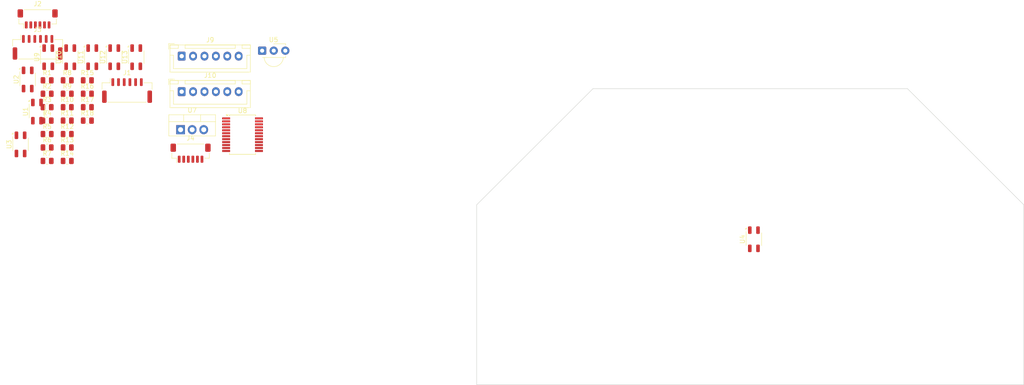
<source format=kicad_pcb>
(kicad_pcb (version 20241229) (generator "pcbnew") (generator_version "9.0")
  (layers (0 "F.Cu" signal) (2 "B.Cu" signal) (13 "F.Paste" user) (15 "B.Paste" user) (5 "F.SilkS" user "F.Silkscreen") (7 "B.SilkS" user "B.Silkscreen") (1 "F.Mask" user) (3 "B.Mask" user) (25 "Edge.Cuts" user))
  (net 0 "")
  (net 7 "+5V")
  (net 8 "+12V")
  (net 9 "GND")
  (net 10 "D-pin-ESP")
  (net 41 "Net-(U1-A)")
  (net 42 "VCC")
  (net 43 "Sen1Out")
  (net 44 "Net-(U2-A)")
  (net 45 "Sen2Out")
  (net 46 "Net-(U3-A)")
  (net 47 "Sen3Out")
  (net 48 "Net-(U4-A)")
  (net 49 "Sen4Out")
  (net 50 "Net-(U12-A)")
  (net 51 "Sen5Out")
  (net 52 "Net-(U9-A)")
  (net 53 "Sen6Out")
  (net 54 "Net-(U13-A)")
  (net 55 "Sen7Out")
  (net 56 "Net-(U10-A)")
  (net 57 "Sen8Out")
  (net 58 "Net-(U11-A)")
  (net 59 "Sen9Out")
  (net 61 "Net-(U8-AO2-Pad5)")
  (net 63 "Net-(U8-PGND1-Pad3)")
  (net 65 "Net-(U8-AO1-Pad1)")
  (net 69 "Net-(U8-BO2-Pad7)")
  (net 71 "Net-(U8-BO1-Pad11)")
  (footprint "Resistor_SMD:R_0805_2012Metric" (layer "F.Cu") (at 56.11 52.755)
    (property "Reference" "R18" (at 0 -1.65 0) (layer "F.SilkS"))
    (property "Value" "10k")
    (fp_line (start -0.227064 -0.735) (end 0.227064 -0.735) (stroke (width 0.12)) (layer "F.SilkS"))
    (fp_line (start -0.227064 0.735) (end 0.227064 0.735) (stroke (width 0.12)) (layer "F.SilkS"))
    (pad "1" smd roundrect (at -0.9125 0) (size 1.025 1.4) (layers "F.Cu" "F.Mask" "F.Paste") (roundrect_rratio 0.243902) (net 59 "Sen9Out"))
    (pad "2" smd roundrect (at 0.9125 0) (size 1.025 1.4) (layers "F.Cu" "F.Mask" "F.Paste") (roundrect_rratio 0.243902) (net 42 "VCC"))
  )
  (footprint "Resistor_SMD:R_0805_2012Metric" (layer "F.Cu") (at 47.29 52.755)
    (property "Reference" "R4" (at 0 -1.65 0) (layer "F.SilkS"))
    (property "Value" "10k")
    (fp_line (start -0.227064 -0.735) (end 0.227064 -0.735) (stroke (width 0.12)) (layer "F.SilkS"))
    (fp_line (start -0.227064 0.735) (end 0.227064 0.735) (stroke (width 0.12)) (layer "F.SilkS"))
    (pad "1" smd roundrect (at -0.9125 0) (size 1.025 1.4) (layers "F.Cu" "F.Mask" "F.Paste") (roundrect_rratio 0.243902) (net 45 "Sen2Out"))
    (pad "2" smd roundrect (at 0.9125 0) (size 1.025 1.4) (layers "F.Cu" "F.Mask" "F.Paste") (roundrect_rratio 0.243902) (net 42 "VCC"))
  )
  (footprint "Connector_JST:JST_XH_B6B-XH-A_1x06_P2.50mm_Vertical" (layer "F.Cu") (at 76.8 46.395)
    (property "Reference" "J10" (at 6.25 -3.55 0) (layer "F.SilkS"))
    (property "Value" "Conn_01x06_Pin")
    (fp_line (start -2.85 -2.75) (end -2.85 -1.5) (stroke (width 0.12)) (layer "F.SilkS"))
    (fp_line (start -2.56 -2.46) (end -2.56 3.51) (stroke (width 0.12)) (layer "F.SilkS"))
    (fp_line (start -2.56 3.51) (end 15.06 3.51) (stroke (width 0.12)) (layer "F.SilkS"))
    (fp_line (start -2.55 -2.45) (end -2.55 -1.7) (stroke (width 0.12)) (layer "F.SilkS"))
    (fp_line (start -2.55 -1.7) (end -0.75 -1.7) (stroke (width 0.12)) (layer "F.SilkS"))
    (fp_line (start -2.55 -0.2) (end -1.8 -0.2) (stroke (width 0.12)) (layer "F.SilkS"))
    (fp_line (start -1.8 -0.2) (end -1.8 2.75) (stroke (width 0.12)) (layer "F.SilkS"))
    (fp_line (start -1.8 2.75) (end 6.25 2.75) (stroke (width 0.12)) (layer "F.SilkS"))
    (fp_line (start -1.6 -2.75) (end -2.85 -2.75) (stroke (width 0.12)) (layer "F.SilkS"))
    (fp_line (start -0.75 -2.45) (end -2.55 -2.45) (stroke (width 0.12)) (layer "F.SilkS"))
    (fp_line (start -0.75 -1.7) (end -0.75 -2.45) (stroke (width 0.12)) (layer "F.SilkS"))
    (fp_line (start 0.75 -2.45) (end 0.75 -1.7) (stroke (width 0.12)) (layer "F.SilkS"))
    (fp_line (start 0.75 -1.7) (end 11.75 -1.7) (stroke (width 0.12)) (layer "F.SilkS"))
    (fp_line (start 11.75 -2.45) (end 0.75 -2.45) (stroke (width 0.12)) (layer "F.SilkS"))
    (fp_line (start 11.75 -1.7) (end 11.75 -2.45) (stroke (width 0.12)) (layer "F.SilkS"))
    (fp_line (start 13.25 -2.45) (end 13.25 -1.7) (stroke (width 0.12)) (layer "F.SilkS"))
    (fp_line (start 13.25 -1.7) (end 15.05 -1.7) (stroke (width 0.12)) (layer "F.SilkS"))
    (fp_line (start 14.3 -0.2) (end 14.3 2.75) (stroke (width 0.12)) (layer "F.SilkS"))
    (fp_line (start 14.3 2.75) (end 6.25 2.75) (stroke (width 0.12)) (layer "F.SilkS"))
    (fp_line (start 15.05 -2.45) (end 13.25 -2.45) (stroke (width 0.12)) (layer "F.SilkS"))
    (fp_line (start 15.05 -1.7) (end 15.05 -2.45) (stroke (width 0.12)) (layer "F.SilkS"))
    (fp_line (start 15.05 -0.2) (end 14.3 -0.2) (stroke (width 0.12)) (layer "F.SilkS"))
    (fp_line (start 15.06 -2.46) (end -2.56 -2.46) (stroke (width 0.12)) (layer "F.SilkS"))
    (fp_line (start 15.06 3.51) (end 15.06 -2.46) (stroke (width 0.12)) (layer "F.SilkS"))
    (pad "1" thru_hole roundrect (at 0 0) (size 1.7 1.95) (drill 0.95) (layers "*.Cu" "*.Mask") (roundrect_rratio 0.147059))
    (pad "2" thru_hole oval (at 2.5 0) (size 1.7 1.95) (drill 0.95) (layers "*.Cu" "*.Mask"))
    (pad "3" thru_hole oval (at 5 0) (size 1.7 1.95) (drill 0.95) (layers "*.Cu" "*.Mask"))
    (pad "4" thru_hole oval (at 7.5 0) (size 1.7 1.95) (drill 0.95) (layers "*.Cu" "*.Mask"))
    (pad "5" thru_hole oval (at 10 0) (size 1.7 1.95) (drill 0.95) (layers "*.Cu" "*.Mask"))
    (pad "6" thru_hole oval (at 12.5 0) (size 1.7 1.95) (drill 0.95) (layers "*.Cu" "*.Mask"))
  )
  (footprint "OptoDevice:OnSemi_CASE100CY" (layer "F.Cu") (at 202.3 78.81)
    (property "Reference" "U4" (at -2.5 0 90) (layer "F.SilkS"))
    (property "Value" "QRE1113GR")
    (fp_line (start -1.7 1.4) (end -1.7 -1.67) (stroke (width 0.12)) (layer "F.SilkS"))
    (fp_line (start 1.7 1.4) (end 1.7 -1.4) (stroke (width 0.12)) (layer "F.SilkS"))
    (fp_poly (pts (xy -1.61 -2.23) (xy -1.89 -2.23) (xy -1.61 -2.51) (xy -1.61 -2.23)) (stroke (width 0.12)) (fill yes) (layer "F.SilkS"))
    (pad "1" smd roundrect (at -0.9 -2) (size 0.79 1.66) (layers "F.Cu" "F.Mask" "F.Paste") (net 48 "Net-(U4-A)"))
    (pad "2" smd roundrect (at -0.9 2) (size 0.79 1.66) (layers "F.Cu" "F.Mask" "F.Paste") (net 9 "GND"))
    (pad "3" smd roundrect (at 0.9 2) (size 0.79 1.66) (layers "F.Cu" "F.Mask" "F.Paste") (net 49 "Sen4Out"))
    (pad "4" smd roundrect (at 0.9 -2) (size 0.79 1.66) (layers "F.Cu" "F.Mask" "F.Paste") (net 9 "GND"))
  )
  (footprint "Resistor_SMD:R_0805_2012Metric" (layer "F.Cu") (at 51.7 58.655)
    (property "Reference" "R13" (at 0 -1.65 0) (layer "F.SilkS"))
    (property "Value" "100R")
    (fp_line (start -0.227064 -0.735) (end 0.227064 -0.735) (stroke (width 0.12)) (layer "F.SilkS"))
    (fp_line (start -0.227064 0.735) (end 0.227064 0.735) (stroke (width 0.12)) (layer "F.SilkS"))
    (pad "1" smd roundrect (at -0.9125 0) (size 1.025 1.4) (layers "F.Cu" "F.Mask" "F.Paste") (roundrect_rratio 0.243902) (net 42 "VCC"))
    (pad "2" smd roundrect (at 0.9125 0) (size 1.025 1.4) (layers "F.Cu" "F.Mask" "F.Paste") (roundrect_rratio 0.243902) (net 54 "Net-(U13-A)"))
  )
  (footprint "Resistor_SMD:R_0805_2012Metric" (layer "F.Cu") (at 47.29 46.855)
    (property "Reference" "R2" (at 0 -1.65 0) (layer "F.SilkS"))
    (property "Value" "10k")
    (fp_line (start -0.227064 -0.735) (end 0.227064 -0.735) (stroke (width 0.12)) (layer "F.SilkS"))
    (fp_line (start -0.227064 0.735) (end 0.227064 0.735) (stroke (width 0.12)) (layer "F.SilkS"))
    (pad "1" smd roundrect (at -0.9125 0) (size 1.025 1.4) (layers "F.Cu" "F.Mask" "F.Paste") (roundrect_rratio 0.243902) (net 43 "Sen1Out"))
    (pad "2" smd roundrect (at 0.9125 0) (size 1.025 1.4) (layers "F.Cu" "F.Mask" "F.Paste") (roundrect_rratio 0.243902) (net 42 "VCC"))
  )
  (footprint "Resistor_SMD:R_0805_2012Metric" (layer "F.Cu") (at 47.29 58.655)
    (property "Reference" "R6" (at 0 -1.65 0) (layer "F.SilkS"))
    (property "Value" "10k")
    (fp_line (start -0.227064 -0.735) (end 0.227064 -0.735) (stroke (width 0.12)) (layer "F.SilkS"))
    (fp_line (start -0.227064 0.735) (end 0.227064 0.735) (stroke (width 0.12)) (layer "F.SilkS"))
    (pad "1" smd roundrect (at -0.9125 0) (size 1.025 1.4) (layers "F.Cu" "F.Mask" "F.Paste") (roundrect_rratio 0.243902) (net 47 "Sen3Out"))
    (pad "2" smd roundrect (at 0.9125 0) (size 1.025 1.4) (layers "F.Cu" "F.Mask" "F.Paste") (roundrect_rratio 0.243902) (net 42 "VCC"))
  )
  (footprint "Connector_JST:JST_SH_BM06B-SRSS-TB_1x06-1MP_P1.00mm_Vertical" (layer "F.Cu") (at 45.21 30.415)
    (property "Reference" "J2" (at 0 -3.3 0) (layer "F.SilkS"))
    (property "Value" "Conn_01x06_Pin")
    (fp_line (start -4.11 -0.04) (end -4.11 1.11) (stroke (width 0.12)) (layer "F.SilkS"))
    (fp_line (start -4.11 1.11) (end -3.06 1.11) (stroke (width 0.12)) (layer "F.SilkS"))
    (fp_line (start -3.06 1.11) (end -3.06 2.1) (stroke (width 0.12)) (layer "F.SilkS"))
    (fp_line (start -2.94 -2.01) (end 2.94 -2.01) (stroke (width 0.12)) (layer "F.SilkS"))
    (fp_line (start 4.11 -0.04) (end 4.11 1.11) (stroke (width 0.12)) (layer "F.SilkS"))
    (fp_line (start 4.11 1.11) (end 3.06 1.11) (stroke (width 0.12)) (layer "F.SilkS"))
    (pad "1" smd roundrect (at -2.5 1.325) (size 0.6 1.55) (layers "F.Cu" "F.Mask" "F.Paste"))
    (pad "2" smd roundrect (at -1.5 1.325) (size 0.6 1.55) (layers "F.Cu" "F.Mask" "F.Paste"))
    (pad "3" smd roundrect (at -0.5 1.325) (size 0.6 1.55) (layers "F.Cu" "F.Mask" "F.Paste"))
    (pad "4" smd roundrect (at 0.5 1.325) (size 0.6 1.55) (layers "F.Cu" "F.Mask" "F.Paste"))
    (pad "5" smd roundrect (at 1.5 1.325) (size 0.6 1.55) (layers "F.Cu" "F.Mask" "F.Paste"))
    (pad "6" smd roundrect (at 2.5 1.325) (size 0.6 1.55) (layers "F.Cu" "F.Mask" "F.Paste"))
    (pad "MP" smd roundrect (at -3.8 -1.2) (size 1.2 1.8) (layers "F.Cu" "F.Mask" "F.Paste") (roundrect_rratio 0.208333))
    (pad "MP" smd roundrect (at 3.8 -1.2) (size 1.2 1.8) (layers "F.Cu" "F.Mask" "F.Paste") (roundrect_rratio 0.208333))
  )
  (footprint "Connector_JST:JST_SH_BM06B-SRSS-TB_1x06-1MP_P1.00mm_Vertical" (layer "F.Cu") (at 78.75 59.905)
    (property "Reference" "J4" (at 0 -3.3 0) (layer "F.SilkS"))
    (property "Value" "Conn_01x06_Pin")
    (fp_line (start -4.11 -0.04) (end -4.11 1.11) (stroke (width 0.12)) (layer "F.SilkS"))
    (fp_line (start -4.11 1.11) (end -3.06 1.11) (stroke (width 0.12)) (layer "F.SilkS"))
    (fp_line (start -3.06 1.11) (end -3.06 2.1) (stroke (width 0.12)) (layer "F.SilkS"))
    (fp_line (start -2.94 -2.01) (end 2.94 -2.01) (stroke (width 0.12)) (layer "F.SilkS"))
    (fp_line (start 4.11 -0.04) (end 4.11 1.11) (stroke (width 0.12)) (layer "F.SilkS"))
    (fp_line (start 4.11 1.11) (end 3.06 1.11) (stroke (width 0.12)) (layer "F.SilkS"))
    (pad "1" smd roundrect (at -2.5 1.325) (size 0.6 1.55) (layers "F.Cu" "F.Mask" "F.Paste"))
    (pad "2" smd roundrect (at -1.5 1.325) (size 0.6 1.55) (layers "F.Cu" "F.Mask" "F.Paste"))
    (pad "3" smd roundrect (at -0.5 1.325) (size 0.6 1.55) (layers "F.Cu" "F.Mask" "F.Paste"))
    (pad "4" smd roundrect (at 0.5 1.325) (size 0.6 1.55) (layers "F.Cu" "F.Mask" "F.Paste"))
    (pad "5" smd roundrect (at 1.5 1.325) (size 0.6 1.55) (layers "F.Cu" "F.Mask" "F.Paste"))
    (pad "6" smd roundrect (at 2.5 1.325) (size 0.6 1.55) (layers "F.Cu" "F.Mask" "F.Paste"))
    (pad "MP" smd roundrect (at -3.8 -1.2) (size 1.2 1.8) (layers "F.Cu" "F.Mask" "F.Paste") (roundrect_rratio 0.208333))
    (pad "MP" smd roundrect (at 3.8 -1.2) (size 1.2 1.8) (layers "F.Cu" "F.Mask" "F.Paste") (roundrect_rratio 0.208333))
  )
  (footprint "Connector_JST:JST_XH_B6B-XH-A_1x06_P2.50mm_Vertical" (layer "F.Cu") (at 76.8 38.595)
    (property "Reference" "J9" (at 6.25 -3.55 0) (layer "F.SilkS"))
    (property "Value" "Conn_01x06_Pin")
    (fp_line (start -2.85 -2.75) (end -2.85 -1.5) (stroke (width 0.12)) (layer "F.SilkS"))
    (fp_line (start -2.56 -2.46) (end -2.56 3.51) (stroke (width 0.12)) (layer "F.SilkS"))
    (fp_line (start -2.56 3.51) (end 15.06 3.51) (stroke (width 0.12)) (layer "F.SilkS"))
    (fp_line (start -2.55 -2.45) (end -2.55 -1.7) (stroke (width 0.12)) (layer "F.SilkS"))
    (fp_line (start -2.55 -1.7) (end -0.75 -1.7) (stroke (width 0.12)) (layer "F.SilkS"))
    (fp_line (start -2.55 -0.2) (end -1.8 -0.2) (stroke (width 0.12)) (layer "F.SilkS"))
    (fp_line (start -1.8 -0.2) (end -1.8 2.75) (stroke (width 0.12)) (layer "F.SilkS"))
    (fp_line (start -1.8 2.75) (end 6.25 2.75) (stroke (width 0.12)) (layer "F.SilkS"))
    (fp_line (start -1.6 -2.75) (end -2.85 -2.75) (stroke (width 0.12)) (layer "F.SilkS"))
    (fp_line (start -0.75 -2.45) (end -2.55 -2.45) (stroke (width 0.12)) (layer "F.SilkS"))
    (fp_line (start -0.75 -1.7) (end -0.75 -2.45) (stroke (width 0.12)) (layer "F.SilkS"))
    (fp_line (start 0.75 -2.45) (end 0.75 -1.7) (stroke (width 0.12)) (layer "F.SilkS"))
    (fp_line (start 0.75 -1.7) (end 11.75 -1.7) (stroke (width 0.12)) (layer "F.SilkS"))
    (fp_line (start 11.75 -2.45) (end 0.75 -2.45) (stroke (width 0.12)) (layer "F.SilkS"))
    (fp_line (start 11.75 -1.7) (end 11.75 -2.45) (stroke (width 0.12)) (layer "F.SilkS"))
    (fp_line (start 13.25 -2.45) (end 13.25 -1.7) (stroke (width 0.12)) (layer "F.SilkS"))
    (fp_line (start 13.25 -1.7) (end 15.05 -1.7) (stroke (width 0.12)) (layer "F.SilkS"))
    (fp_line (start 14.3 -0.2) (end 14.3 2.75) (stroke (width 0.12)) (layer "F.SilkS"))
    (fp_line (start 14.3 2.75) (end 6.25 2.75) (stroke (width 0.12)) (layer "F.SilkS"))
    (fp_line (start 15.05 -2.45) (end 13.25 -2.45) (stroke (width 0.12)) (layer "F.SilkS"))
    (fp_line (start 15.05 -1.7) (end 15.05 -2.45) (stroke (width 0.12)) (layer "F.SilkS"))
    (fp_line (start 15.05 -0.2) (end 14.3 -0.2) (stroke (width 0.12)) (layer "F.SilkS"))
    (fp_line (start 15.06 -2.46) (end -2.56 -2.46) (stroke (width 0.12)) (layer "F.SilkS"))
    (fp_line (start 15.06 3.51) (end 15.06 -2.46) (stroke (width 0.12)) (layer "F.SilkS"))
    (pad "1" thru_hole roundrect (at 0 0) (size 1.7 1.95) (drill 0.95) (layers "*.Cu" "*.Mask") (roundrect_rratio 0.147059))
    (pad "2" thru_hole oval (at 2.5 0) (size 1.7 1.95) (drill 0.95) (layers "*.Cu" "*.Mask"))
    (pad "3" thru_hole oval (at 5 0) (size 1.7 1.95) (drill 0.95) (layers "*.Cu" "*.Mask"))
    (pad "4" thru_hole oval (at 7.5 0) (size 1.7 1.95) (drill 0.95) (layers "*.Cu" "*.Mask"))
    (pad "5" thru_hole oval (at 10 0) (size 1.7 1.95) (drill 0.95) (layers "*.Cu" "*.Mask"))
    (pad "6" thru_hole oval (at 12.5 0) (size 1.7 1.95) (drill 0.95) (layers "*.Cu" "*.Mask"))
  )
  (footprint "OptoDevice:OnSemi_CASE100CY" (layer "F.Cu") (at 43.02 43.715)
    (property "Reference" "U2" (at -2.5 0 90) (layer "F.SilkS"))
    (property "Value" "QRE1113GR")
    (fp_line (start -1.7 1.4) (end -1.7 -1.67) (stroke (width 0.12)) (layer "F.SilkS"))
    (fp_line (start 1.7 1.4) (end 1.7 -1.4) (stroke (width 0.12)) (layer "F.SilkS"))
    (fp_poly (pts (xy -1.61 -2.23) (xy -1.89 -2.23) (xy -1.61 -2.51) (xy -1.61 -2.23)) (stroke (width 0.12)) (fill yes) (layer "F.SilkS"))
    (pad "1" smd roundrect (at -0.9 -2) (size 0.79 1.66) (layers "F.Cu" "F.Mask" "F.Paste") (net 44 "Net-(U2-A)"))
    (pad "2" smd roundrect (at -0.9 2) (size 0.79 1.66) (layers "F.Cu" "F.Mask" "F.Paste") (net 9 "GND"))
    (pad "3" smd roundrect (at 0.9 2) (size 0.79 1.66) (layers "F.Cu" "F.Mask" "F.Paste") (net 45 "Sen2Out"))
    (pad "4" smd roundrect (at 0.9 -2) (size 0.79 1.66) (layers "F.Cu" "F.Mask" "F.Paste") (net 9 "GND"))
  )
  (footprint "OptoDevice:OnSemi_CASE100CY" (layer "F.Cu") (at 41.46 57.975)
    (property "Reference" "U3" (at -2.5 0 90) (layer "F.SilkS"))
    (property "Value" "QRE1113GR")
    (fp_line (start -1.7 1.4) (end -1.7 -1.67) (stroke (width 0.12)) (layer "F.SilkS"))
    (fp_line (start 1.7 1.4) (end 1.7 -1.4) (stroke (width 0.12)) (layer "F.SilkS"))
    (fp_poly (pts (xy -1.61 -2.23) (xy -1.89 -2.23) (xy -1.61 -2.51) (xy -1.61 -2.23)) (stroke (width 0.12)) (fill yes) (layer "F.SilkS"))
    (pad "1" smd roundrect (at -0.9 -2) (size 0.79 1.66) (layers "F.Cu" "F.Mask" "F.Paste") (net 46 "Net-(U3-A)"))
    (pad "2" smd roundrect (at -0.9 2) (size 0.79 1.66) (layers "F.Cu" "F.Mask" "F.Paste") (net 9 "GND"))
    (pad "3" smd roundrect (at 0.9 2) (size 0.79 1.66) (layers "F.Cu" "F.Mask" "F.Paste") (net 47 "Sen3Out"))
    (pad "4" smd roundrect (at 0.9 -2) (size 0.79 1.66) (layers "F.Cu" "F.Mask" "F.Paste") (net 9 "GND"))
  )
  (footprint "Package_SO:SSOP-24_5.3x8.2mm_P0.65mm" (layer "F.Cu") (at 90.15 55.845)
    (property "Reference" "U8" (at 0 -5.25 0) (layer "F.SilkS"))
    (property "Value" "TB6612FNG")
    (fp_line (start -2.875 -4.325) (end -2.875 -4.1) (stroke (width 0.15)) (layer "F.SilkS"))
    (fp_line (start -2.875 -4.325) (end 2.875 -4.325) (stroke (width 0.15)) (layer "F.SilkS"))
    (fp_line (start -2.875 4.325) (end -2.875 4.1) (stroke (width 0.15)) (layer "F.SilkS"))
    (fp_line (start -2.875 4.325) (end 2.875 4.325) (stroke (width 0.15)) (layer "F.SilkS"))
    (fp_line (start 2.875 -4.325) (end 2.875 -4.1) (stroke (width 0.15)) (layer "F.SilkS"))
    (fp_line (start 2.875 4.325) (end 2.875 4.1) (stroke (width 0.15)) (layer "F.SilkS"))
    (fp_poly (pts (xy -3.375 -4.075) (xy -3.615 -4.405) (xy -3.135 -4.405) (xy -3.375 -4.075)) (stroke (width 0.12)) (fill yes) (layer "F.SilkS"))
    (pad "1" smd rect (at -3.6 -3.575) (size 1.75 0.45) (layers "F.Cu" "F.Mask" "F.Paste") (net 65 "Net-(U8-AO1-Pad1)"))
    (pad "2" smd rect (at -3.6 -2.925) (size 1.75 0.45) (layers "F.Cu" "F.Mask" "F.Paste") (net 65 "Net-(U8-AO1-Pad1)"))
    (pad "3" smd rect (at -3.6 -2.275) (size 1.75 0.45) (layers "F.Cu" "F.Mask" "F.Paste") (net 63 "Net-(U8-PGND1-Pad3)"))
    (pad "4" smd rect (at -3.6 -1.625) (size 1.75 0.45) (layers "F.Cu" "F.Mask" "F.Paste") (net 63 "Net-(U8-PGND1-Pad3)"))
    (pad "5" smd rect (at -3.6 -0.975) (size 1.75 0.45) (layers "F.Cu" "F.Mask" "F.Paste") (net 61 "Net-(U8-AO2-Pad5)"))
    (pad "6" smd rect (at -3.6 -0.325) (size 1.75 0.45) (layers "F.Cu" "F.Mask" "F.Paste") (net 61 "Net-(U8-AO2-Pad5)"))
    (pad "7" smd rect (at -3.6 0.325) (size 1.75 0.45) (layers "F.Cu" "F.Mask" "F.Paste") (net 69 "Net-(U8-BO2-Pad7)"))
    (pad "8" smd rect (at -3.6 0.975) (size 1.75 0.45) (layers "F.Cu" "F.Mask" "F.Paste") (net 69 "Net-(U8-BO2-Pad7)"))
    (pad "9" smd rect (at -3.6 1.625) (size 1.75 0.45) (layers "F.Cu" "F.Mask" "F.Paste") (net 9 "GND"))
    (pad "10" smd rect (at -3.6 2.275) (size 1.75 0.45) (layers "F.Cu" "F.Mask" "F.Paste") (net 9 "GND"))
    (pad "11" smd rect (at -3.6 2.925) (size 1.75 0.45) (layers "F.Cu" "F.Mask" "F.Paste") (net 71 "Net-(U8-BO1-Pad11)"))
    (pad "12" smd rect (at -3.6 3.575) (size 1.75 0.45) (layers "F.Cu" "F.Mask" "F.Paste") (net 71 "Net-(U8-BO1-Pad11)"))
    (pad "13" smd rect (at 3.6 3.575) (size 1.75 0.45) (layers "F.Cu" "F.Mask" "F.Paste") (net 8 "+12V"))
    (pad "14" smd rect (at 3.6 2.925) (size 1.75 0.45) (layers "F.Cu" "F.Mask" "F.Paste") (net 8 "+12V"))
    (pad "15" smd rect (at 3.6 2.275) (size 1.75 0.45) (layers "F.Cu" "F.Mask" "F.Paste"))
    (pad "16" smd rect (at 3.6 1.625) (size 1.75 0.45) (layers "F.Cu" "F.Mask" "F.Paste"))
    (pad "17" smd rect (at 3.6 0.975) (size 1.75 0.45) (layers "F.Cu" "F.Mask" "F.Paste"))
    (pad "18" smd rect (at 3.6 0.325) (size 1.75 0.45) (layers "F.Cu" "F.Mask" "F.Paste") (net 9 "GND"))
    (pad "19" smd rect (at 3.6 -0.325) (size 1.75 0.45) (layers "F.Cu" "F.Mask" "F.Paste"))
    (pad "20" smd rect (at 3.6 -0.975) (size 1.75 0.45) (layers "F.Cu" "F.Mask" "F.Paste") (net 7 "+5V"))
    (pad "21" smd rect (at 3.6 -1.625) (size 1.75 0.45) (layers "F.Cu" "F.Mask" "F.Paste"))
    (pad "22" smd rect (at 3.6 -2.275) (size 1.75 0.45) (layers "F.Cu" "F.Mask" "F.Paste"))
    (pad "23" smd rect (at 3.6 -2.925) (size 1.75 0.45) (layers "F.Cu" "F.Mask" "F.Paste"))
    (pad "24" smd rect (at 3.6 -3.575) (size 1.75 0.45) (layers "F.Cu" "F.Mask" "F.Paste") (net 8 "+12V"))
  )
  (footprint "Resistor_SMD:R_0805_2012Metric" (layer "F.Cu") (at 51.7 46.855)
    (property "Reference" "R9" (at 0 -1.65 0) (layer "F.SilkS"))
    (property "Value" "100R")
    (fp_line (start -0.227064 -0.735) (end 0.227064 -0.735) (stroke (width 0.12)) (layer "F.SilkS"))
    (fp_line (start -0.227064 0.735) (end 0.227064 0.735) (stroke (width 0.12)) (layer "F.SilkS"))
    (pad "1" smd roundrect (at -0.9125 0) (size 1.025 1.4) (layers "F.Cu" "F.Mask" "F.Paste") (roundrect_rratio 0.243902) (net 42 "VCC"))
    (pad "2" smd roundrect (at 0.9125 0) (size 1.025 1.4) (layers "F.Cu" "F.Mask" "F.Paste") (roundrect_rratio 0.243902) (net 50 "Net-(U12-A)"))
  )
  (footprint "Connector_JST:JST_GH_SM06B-GHS-TB_1x06-1MP_P1.25mm_Horizontal" (layer "F.Cu") (at 45.21 36.665)
    (property "Reference" "J3" (at 0 -3.9 0) (layer "F.SilkS"))
    (property "Value" "Conn_01x06_Pin")
    (fp_line (start -5.485 -1.71) (end -3.685 -1.71) (stroke (width 0.12)) (layer "F.SilkS"))
    (fp_line (start -5.485 -0.26) (end -5.485 -1.71) (stroke (width 0.12)) (layer "F.SilkS"))
    (fp_line (start -4.215 2.56) (end 4.215 2.56) (stroke (width 0.12)) (layer "F.SilkS"))
    (fp_line (start -3.685 -1.71) (end -3.685 -2.7) (stroke (width 0.12)) (layer "F.SilkS"))
    (fp_line (start 5.485 -1.71) (end 3.685 -1.71) (stroke (width 0.12)) (layer "F.SilkS"))
    (fp_line (start 5.485 -0.26) (end 5.485 -1.71) (stroke (width 0.12)) (layer "F.SilkS"))
    (pad "1" smd roundrect (at -3.125 -1.85) (size 0.6 1.7) (layers "F.Cu" "F.Mask" "F.Paste"))
    (pad "2" smd roundrect (at -1.875 -1.85) (size 0.6 1.7) (layers "F.Cu" "F.Mask" "F.Paste"))
    (pad "3" smd roundrect (at -0.625 -1.85) (size 0.6 1.7) (layers "F.Cu" "F.Mask" "F.Paste"))
    (pad "4" smd roundrect (at 0.625 -1.85) (size 0.6 1.7) (layers "F.Cu" "F.Mask" "F.Paste"))
    (pad "5" smd roundrect (at 1.875 -1.85) (size 0.6 1.7) (layers "F.Cu" "F.Mask" "F.Paste"))
    (pad "6" smd roundrect (at 3.125 -1.85) (size 0.6 1.7) (layers "F.Cu" "F.Mask" "F.Paste"))
    (pad "MP" smd roundrect (at -4.975 1.35) (size 1 2.7) (layers "F.Cu" "F.Mask" "F.Paste"))
    (pad "MP" smd roundrect (at 4.975 1.35) (size 1 2.7) (layers "F.Cu" "F.Mask" "F.Paste"))
  )
  (footprint "Resistor_SMD:R_0805_2012Metric" (layer "F.Cu") (at 47.29 49.805)
    (property "Reference" "R3" (at 0 -1.65 0) (layer "F.SilkS"))
    (property "Value" "100R")
    (fp_line (start -0.227064 -0.735) (end 0.227064 -0.735) (stroke (width 0.12)) (layer "F.SilkS"))
    (fp_line (start -0.227064 0.735) (end 0.227064 0.735) (stroke (width 0.12)) (layer "F.SilkS"))
    (pad "1" smd roundrect (at -0.9125 0) (size 1.025 1.4) (layers "F.Cu" "F.Mask" "F.Paste") (roundrect_rratio 0.243902) (net 42 "VCC"))
    (pad "2" smd roundrect (at 0.9125 0) (size 1.025 1.4) (layers "F.Cu" "F.Mask" "F.Paste") (roundrect_rratio 0.243902) (net 44 "Net-(U2-A)"))
  )
  (footprint "OptoDevice:OnSemi_CASE100CY" (layer "F.Cu") (at 66.835 38.825)
    (property "Reference" "U13" (at -2.5 0 90) (layer "F.SilkS"))
    (property "Value" "QRE1113GR")
    (fp_line (start -1.7 1.4) (end -1.7 -1.67) (stroke (width 0.12)) (layer "F.SilkS"))
    (fp_line (start 1.7 1.4) (end 1.7 -1.4) (stroke (width 0.12)) (layer "F.SilkS"))
    (fp_poly (pts (xy -1.61 -2.23) (xy -1.89 -2.23) (xy -1.61 -2.51) (xy -1.61 -2.23)) (stroke (width 0.12)) (fill yes) (layer "F.SilkS"))
    (pad "1" smd roundrect (at -0.9 -2) (size 0.79 1.66) (layers "F.Cu" "F.Mask" "F.Paste") (net 54 "Net-(U13-A)"))
    (pad "2" smd roundrect (at -0.9 2) (size 0.79 1.66) (layers "F.Cu" "F.Mask" "F.Paste") (net 9 "GND"))
    (pad "3" smd roundrect (at 0.9 2) (size 0.79 1.66) (layers "F.Cu" "F.Mask" "F.Paste") (net 55 "Sen7Out"))
    (pad "4" smd roundrect (at 0.9 -2) (size 0.79 1.66) (layers "F.Cu" "F.Mask" "F.Paste") (net 9 "GND"))
  )
  (footprint "Connector_JST:JST_GH_SM06B-GHS-TB_1x06-1MP_P1.25mm_Horizontal" (layer "F.Cu") (at 64.82 46.155)
    (property "Reference" "J1" (at 0 -3.9 0) (layer "F.SilkS"))
    (property "Value" "Conn_01x06_Pin")
    (fp_line (start -5.485 -1.71) (end -3.685 -1.71) (stroke (width 0.12)) (layer "F.SilkS"))
    (fp_line (start -5.485 -0.26) (end -5.485 -1.71) (stroke (width 0.12)) (layer "F.SilkS"))
    (fp_line (start -4.215 2.56) (end 4.215 2.56) (stroke (width 0.12)) (layer "F.SilkS"))
    (fp_line (start -3.685 -1.71) (end -3.685 -2.7) (stroke (width 0.12)) (layer "F.SilkS"))
    (fp_line (start 5.485 -1.71) (end 3.685 -1.71) (stroke (width 0.12)) (layer "F.SilkS"))
    (fp_line (start 5.485 -0.26) (end 5.485 -1.71) (stroke (width 0.12)) (layer "F.SilkS"))
    (pad "1" smd roundrect (at -3.125 -1.85) (size 0.6 1.7) (layers "F.Cu" "F.Mask" "F.Paste"))
    (pad "2" smd roundrect (at -1.875 -1.85) (size 0.6 1.7) (layers "F.Cu" "F.Mask" "F.Paste"))
    (pad "3" smd roundrect (at -0.625 -1.85) (size 0.6 1.7) (layers "F.Cu" "F.Mask" "F.Paste"))
    (pad "4" smd roundrect (at 0.625 -1.85) (size 0.6 1.7) (layers "F.Cu" "F.Mask" "F.Paste"))
    (pad "5" smd roundrect (at 1.875 -1.85) (size 0.6 1.7) (layers "F.Cu" "F.Mask" "F.Paste"))
    (pad "6" smd roundrect (at 3.125 -1.85) (size 0.6 1.7) (layers "F.Cu" "F.Mask" "F.Paste"))
    (pad "MP" smd roundrect (at -4.975 1.35) (size 1 2.7) (layers "F.Cu" "F.Mask" "F.Paste"))
    (pad "MP" smd roundrect (at 4.975 1.35) (size 1 2.7) (layers "F.Cu" "F.Mask" "F.Paste"))
  )
  (footprint "Resistor_SMD:R_0805_2012Metric" (layer "F.Cu") (at 51.7 49.805)
    (property "Reference" "R10" (at 0 -1.65 0) (layer "F.SilkS"))
    (property "Value" "10k")
    (fp_line (start -0.227064 -0.735) (end 0.227064 -0.735) (stroke (width 0.12)) (layer "F.SilkS"))
    (fp_line (start -0.227064 0.735) (end 0.227064 0.735) (stroke (width 0.12)) (layer "F.SilkS"))
    (pad "1" smd roundrect (at -0.9125 0) (size 1.025 1.4) (layers "F.Cu" "F.Mask" "F.Paste") (roundrect_rratio 0.243902) (net 51 "Sen5Out"))
    (pad "2" smd roundrect (at 0.9125 0) (size 1.025 1.4) (layers "F.Cu" "F.Mask" "F.Paste") (roundrect_rratio 0.243902) (net 42 "VCC"))
  )
  (footprint "OptoDevice:OnSemi_CASE100CY" (layer "F.Cu") (at 47.535 38.825)
    (property "Reference" "U9" (at -2.5 0 90) (layer "F.SilkS"))
    (property "Value" "QRE1113GR")
    (fp_line (start -1.7 1.4) (end -1.7 -1.67) (stroke (width 0.12)) (layer "F.SilkS"))
    (fp_line (start 1.7 1.4) (end 1.7 -1.4) (stroke (width 0.12)) (layer "F.SilkS"))
    (fp_poly (pts (xy -1.61 -2.23) (xy -1.89 -2.23) (xy -1.61 -2.51) (xy -1.61 -2.23)) (stroke (width 0.12)) (fill yes) (layer "F.SilkS"))
    (pad "1" smd roundrect (at -0.9 -2) (size 0.79 1.66) (layers "F.Cu" "F.Mask" "F.Paste") (net 52 "Net-(U9-A)"))
    (pad "2" smd roundrect (at -0.9 2) (size 0.79 1.66) (layers "F.Cu" "F.Mask" "F.Paste") (net 9 "GND"))
    (pad "3" smd roundrect (at 0.9 2) (size 0.79 1.66) (layers "F.Cu" "F.Mask" "F.Paste") (net 53 "Sen6Out"))
    (pad "4" smd roundrect (at 0.9 -2) (size 0.79 1.66) (layers "F.Cu" "F.Mask" "F.Paste") (net 9 "GND"))
  )
  (footprint "Resistor_SMD:R_0805_2012Metric" (layer "F.Cu") (at 56.11 43.905)
    (property "Reference" "R15" (at 0 -1.65 0) (layer "F.SilkS"))
    (property "Value" "100R")
    (fp_line (start -0.227064 -0.735) (end 0.227064 -0.735) (stroke (width 0.12)) (layer "F.SilkS"))
    (fp_line (start -0.227064 0.735) (end 0.227064 0.735) (stroke (width 0.12)) (layer "F.SilkS"))
    (pad "1" smd roundrect (at -0.9125 0) (size 1.025 1.4) (layers "F.Cu" "F.Mask" "F.Paste") (roundrect_rratio 0.243902) (net 42 "VCC"))
    (pad "2" smd roundrect (at 0.9125 0) (size 1.025 1.4) (layers "F.Cu" "F.Mask" "F.Paste") (roundrect_rratio 0.243902) (net 56 "Net-(U10-A)"))
  )
  (footprint "Resistor_SMD:R_0805_2012Metric" (layer "F.Cu") (at 56.11 46.855)
    (property "Reference" "R16" (at 0 -1.65 0) (layer "F.SilkS"))
    (property "Value" "10k")
    (fp_line (start -0.227064 -0.735) (end 0.227064 -0.735) (stroke (width 0.12)) (layer "F.SilkS"))
    (fp_line (start -0.227064 0.735) (end 0.227064 0.735) (stroke (width 0.12)) (layer "F.SilkS"))
    (pad "1" smd roundrect (at -0.9125 0) (size 1.025 1.4) (layers "F.Cu" "F.Mask" "F.Paste") (roundrect_rratio 0.243902) (net 57 "Sen8Out"))
    (pad "2" smd roundrect (at 0.9125 0) (size 1.025 1.4) (layers "F.Cu" "F.Mask" "F.Paste") (roundrect_rratio 0.243902) (net 42 "VCC"))
  )
  (footprint "OptoDevice:OnSemi_CASE100CY" (layer "F.Cu") (at 62.01 38.825)
    (property "Reference" "U12" (at -2.5 0 90) (layer "F.SilkS"))
    (property "Value" "QRE1113GR")
    (fp_line (start -1.7 1.4) (end -1.7 -1.67) (stroke (width 0.12)) (layer "F.SilkS"))
    (fp_line (start 1.7 1.4) (end 1.7 -1.4) (stroke (width 0.12)) (layer "F.SilkS"))
    (fp_poly (pts (xy -1.61 -2.23) (xy -1.89 -2.23) (xy -1.61 -2.51) (xy -1.61 -2.23)) (stroke (width 0.12)) (fill yes) (layer "F.SilkS"))
    (pad "1" smd roundrect (at -0.9 -2) (size 0.79 1.66) (layers "F.Cu" "F.Mask" "F.Paste") (net 50 "Net-(U12-A)"))
    (pad "2" smd roundrect (at -0.9 2) (size 0.79 1.66) (layers "F.Cu" "F.Mask" "F.Paste") (net 9 "GND"))
    (pad "3" smd roundrect (at 0.9 2) (size 0.79 1.66) (layers "F.Cu" "F.Mask" "F.Paste") (net 51 "Sen5Out"))
    (pad "4" smd roundrect (at 0.9 -2) (size 0.79 1.66) (layers "F.Cu" "F.Mask" "F.Paste") (net 9 "GND"))
  )
  (footprint "Resistor_SMD:R_0805_2012Metric" (layer "F.Cu") (at 47.29 43.905)
    (property "Reference" "R1" (at 0 -1.65 0) (layer "F.SilkS"))
    (property "Value" "100R")
    (fp_line (start -0.227064 -0.735) (end 0.227064 -0.735) (stroke (width 0.12)) (layer "F.SilkS"))
    (fp_line (start -0.227064 0.735) (end 0.227064 0.735) (stroke (width 0.12)) (layer "F.SilkS"))
    (pad "1" smd roundrect (at -0.9125 0) (size 1.025 1.4) (layers "F.Cu" "F.Mask" "F.Paste") (roundrect_rratio 0.243902) (net 42 "VCC"))
    (pad "2" smd roundrect (at 0.9125 0) (size 1.025 1.4) (layers "F.Cu" "F.Mask" "F.Paste") (roundrect_rratio 0.243902) (net 41 "Net-(U1-A)"))
  )
  (footprint "OptoDevice:OnSemi_CASE100CY" (layer "F.Cu") (at 45.06 50.775)
    (property "Reference" "U1" (at -2.5 0 90) (layer "F.SilkS"))
    (property "Value" "QRE1113GR")
    (fp_line (start -1.7 1.4) (end -1.7 -1.67) (stroke (width 0.12)) (layer "F.SilkS"))
    (fp_line (start 1.7 1.4) (end 1.7 -1.4) (stroke (width 0.12)) (layer "F.SilkS"))
    (fp_poly (pts (xy -1.61 -2.23) (xy -1.89 -2.23) (xy -1.61 -2.51) (xy -1.61 -2.23)) (stroke (width 0.12)) (fill yes) (layer "F.SilkS"))
    (pad "1" smd roundrect (at -0.9 -2) (size 0.79 1.66) (layers "F.Cu" "F.Mask" "F.Paste") (net 41 "Net-(U1-A)"))
    (pad "2" smd roundrect (at -0.9 2) (size 0.79 1.66) (layers "F.Cu" "F.Mask" "F.Paste") (net 9 "GND"))
    (pad "3" smd roundrect (at 0.9 2) (size 0.79 1.66) (layers "F.Cu" "F.Mask" "F.Paste") (net 43 "Sen1Out"))
    (pad "4" smd roundrect (at 0.9 -2) (size 0.79 1.66) (layers "F.Cu" "F.Mask" "F.Paste") (net 9 "GND"))
  )
  (footprint "Resistor_SMD:R_0805_2012Metric" (layer "F.Cu") (at 51.7 61.605)
    (property "Reference" "R14" (at 0 -1.65 0) (layer "F.SilkS"))
    (property "Value" "10k")
    (fp_line (start -0.227064 -0.735) (end 0.227064 -0.735) (stroke (width 0.12)) (layer "F.SilkS"))
    (fp_line (start -0.227064 0.735) (end 0.227064 0.735) (stroke (width 0.12)) (layer "F.SilkS"))
    (pad "1" smd roundrect (at -0.9125 0) (size 1.025 1.4) (layers "F.Cu" "F.Mask" "F.Paste") (roundrect_rratio 0.243902) (net 55 "Sen7Out"))
    (pad "2" smd roundrect (at 0.9125 0) (size 1.025 1.4) (layers "F.Cu" "F.Mask" "F.Paste") (roundrect_rratio 0.243902) (net 42 "VCC"))
  )
  (footprint "Package_TO_SOT_THT:TO-220-3_Vertical" (layer "F.Cu") (at 76.56 54.745)
    (property "Reference" "U7" (at 2.54 -4.27 0) (layer "F.SilkS"))
    (property "Value" "LM1086")
    (fp_line (start -2.58 -3.27) (end -2.58 1.371) (stroke (width 0.12)) (layer "F.SilkS"))
    (fp_line (start -2.58 -3.27) (end 7.66 -3.27) (stroke (width 0.12)) (layer "F.SilkS"))
    (fp_line (start -2.58 -1.76) (end 7.66 -1.76) (stroke (width 0.12)) (layer "F.SilkS"))
    (fp_line (start -2.58 1.371) (end 7.66 1.371) (stroke (width 0.12)) (layer "F.SilkS"))
    (fp_line (start 0.69 -3.27) (end 0.69 -1.76) (stroke (width 0.12)) (layer "F.SilkS"))
    (fp_line (start 4.391 -3.27) (end 4.391 -1.76) (stroke (width 0.12)) (layer "F.SilkS"))
    (fp_line (start 7.66 -3.27) (end 7.66 1.371) (stroke (width 0.12)) (layer "F.SilkS"))
    (pad "1" thru_hole rect (at 0 0) (size 1.905 2) (drill 1.1) (layers "*.Cu" "*.Mask") (net 9 "GND"))
    (pad "2" thru_hole oval (at 2.54 0) (size 1.905 2) (drill 1.1) (layers "*.Cu" "*.Mask") (net 7 "+5V"))
    (pad "3" thru_hole oval (at 5.08 0) (size 1.905 2) (drill 1.1) (layers "*.Cu" "*.Mask") (net 8 "+12V"))
  )
  (footprint "Resistor_SMD:R_0805_2012Metric" (layer "F.Cu") (at 51.7 52.755)
    (property "Reference" "R11" (at 0 -1.65 0) (layer "F.SilkS"))
    (property "Value" "100R")
    (fp_line (start -0.227064 -0.735) (end 0.227064 -0.735) (stroke (width 0.12)) (layer "F.SilkS"))
    (fp_line (start -0.227064 0.735) (end 0.227064 0.735) (stroke (width 0.12)) (layer "F.SilkS"))
    (pad "1" smd roundrect (at -0.9125 0) (size 1.025 1.4) (layers "F.Cu" "F.Mask" "F.Paste") (roundrect_rratio 0.243902) (net 42 "VCC"))
    (pad "2" smd roundrect (at 0.9125 0) (size 1.025 1.4) (layers "F.Cu" "F.Mask" "F.Paste") (roundrect_rratio 0.243902) (net 52 "Net-(U9-A)"))
  )
  (footprint "Resistor_SMD:R_0805_2012Metric" (layer "F.Cu") (at 51.7 43.905)
    (property "Reference" "R8" (at 0 -1.65 0) (layer "F.SilkS"))
    (property "Value" "10k")
    (fp_line (start -0.227064 -0.735) (end 0.227064 -0.735) (stroke (width 0.12)) (layer "F.SilkS"))
    (fp_line (start -0.227064 0.735) (end 0.227064 0.735) (stroke (width 0.12)) (layer "F.SilkS"))
    (pad "1" smd roundrect (at -0.9125 0) (size 1.025 1.4) (layers "F.Cu" "F.Mask" "F.Paste") (roundrect_rratio 0.243902) (net 49 "Sen4Out"))
    (pad "2" smd roundrect (at 0.9125 0) (size 1.025 1.4) (layers "F.Cu" "F.Mask" "F.Paste") (roundrect_rratio 0.243902) (net 42 "VCC"))
  )
  (footprint "OptoDevice:Vishay_MINICAST-3Pin" (layer "F.Cu") (at 94.45 37.395)
    (property "Reference" "U5" (at 2.5 -2.4 180) (layer "F.SilkS"))
    (property "Value" "TSOP382xx")
    (fp_line (start 5.14 -1.51) (end 2.54 -1.51) (stroke (width 0.12)) (layer "F.SilkS"))
    (fp_line (start 5.14 -1.16) (end 5.14 -1.51) (stroke (width 0.12)) (layer "F.SilkS"))
    (fp_line (start 5.14 1.16) (end 5.14 1.5) (stroke (width 0.12)) (layer "F.SilkS"))
    (fp_line (start 5.14 1.5) (end 0.05 1.5) (stroke (width 0.12)) (layer "F.SilkS"))
    (fp_arc (start 4.64 1.5) (mid 2.540869 3.502379) (end 0.440083 1.501736) (stroke (width 0.12)) (layer "F.SilkS"))
    (pad "1" thru_hole roundrect (at 0 0) (size 1.8 1.8) (drill 0.9) (layers "*.Cu" "*.Mask") (roundrect_rratio 0.139) (net 10 "D-pin-ESP"))
    (pad "2" thru_hole circle (at 2.54 0) (size 1.8 1.8) (drill 0.9) (layers "*.Cu" "*.Mask") (net 9 "GND"))
    (pad "3" thru_hole circle (at 5.08 0) (size 1.8 1.8) (drill 0.9) (layers "*.Cu" "*.Mask") (net 7 "+5V"))
  )
  (footprint "Resistor_SMD:R_0805_2012Metric" (layer "F.Cu") (at 51.7 55.705)
    (property "Reference" "R12" (at 0 -1.65 0) (layer "F.SilkS"))
    (property "Value" "10k")
    (fp_line (start -0.227064 -0.735) (end 0.227064 -0.735) (stroke (width 0.12)) (layer "F.SilkS"))
    (fp_line (start -0.227064 0.735) (end 0.227064 0.735) (stroke (width 0.12)) (layer "F.SilkS"))
    (pad "1" smd roundrect (at -0.9125 0) (size 1.025 1.4) (layers "F.Cu" "F.Mask" "F.Paste") (roundrect_rratio 0.243902) (net 53 "Sen6Out"))
    (pad "2" smd roundrect (at 0.9125 0) (size 1.025 1.4) (layers "F.Cu" "F.Mask" "F.Paste") (roundrect_rratio 0.243902) (net 42 "VCC"))
  )
  (footprint "Resistor_SMD:R_0805_2012Metric" (layer "F.Cu") (at 47.29 61.605)
    (property "Reference" "R7" (at 0 -1.65 0) (layer "F.SilkS"))
    (property "Value" "100R")
    (fp_line (start -0.227064 -0.735) (end 0.227064 -0.735) (stroke (width 0.12)) (layer "F.SilkS"))
    (fp_line (start -0.227064 0.735) (end 0.227064 0.735) (stroke (width 0.12)) (layer "F.SilkS"))
    (pad "1" smd roundrect (at -0.9125 0) (size 1.025 1.4) (layers "F.Cu" "F.Mask" "F.Paste") (roundrect_rratio 0.243902) (net 42 "VCC"))
    (pad "2" smd roundrect (at 0.9125 0) (size 1.025 1.4) (layers "F.Cu" "F.Mask" "F.Paste") (roundrect_rratio 0.243902) (net 48 "Net-(U4-A)"))
  )
  (footprint "Resistor_SMD:R_0805_2012Metric" (layer "F.Cu") (at 47.29 55.705)
    (property "Reference" "R5" (at 0 -1.65 0) (layer "F.SilkS"))
    (property "Value" "100R")
    (fp_line (start -0.227064 -0.735) (end 0.227064 -0.735) (stroke (width 0.12)) (layer "F.SilkS"))
    (fp_line (start -0.227064 0.735) (end 0.227064 0.735) (stroke (width 0.12)) (layer "F.SilkS"))
    (pad "1" smd roundrect (at -0.9125 0) (size 1.025 1.4) (layers "F.Cu" "F.Mask" "F.Paste") (roundrect_rratio 0.243902) (net 42 "VCC"))
    (pad "2" smd roundrect (at 0.9125 0) (size 1.025 1.4) (layers "F.Cu" "F.Mask" "F.Paste") (roundrect_rratio 0.243902) (net 46 "Net-(U3-A)"))
  )
  (footprint "Resistor_SMD:R_0805_2012Metric" (layer "F.Cu") (at 56.11 49.805)
    (property "Reference" "R17" (at 0 -1.65 0) (layer "F.SilkS"))
    (property "Value" "100R")
    (fp_line (start -0.227064 -0.735) (end 0.227064 -0.735) (stroke (width 0.12)) (layer "F.SilkS"))
    (fp_line (start -0.227064 0.735) (end 0.227064 0.735) (stroke (width 0.12)) (layer "F.SilkS"))
    (pad "1" smd roundrect (at -0.9125 0) (size 1.025 1.4) (layers "F.Cu" "F.Mask" "F.Paste") (roundrect_rratio 0.243902) (net 42 "VCC"))
    (pad "2" smd roundrect (at 0.9125 0) (size 1.025 1.4) (layers "F.Cu" "F.Mask" "F.Paste") (roundrect_rratio 0.243902) (net 58 "Net-(U11-A)"))
  )
  (footprint "OptoDevice:OnSemi_CASE100CY" (layer "F.Cu") (at 52.36 38.825)
    (property "Reference" "U10" (at -2.5 0 90) (layer "F.SilkS"))
    (property "Value" "QRE1113GR")
    (fp_line (start -1.7 1.4) (end -1.7 -1.67) (stroke (width 0.12)) (layer "F.SilkS"))
    (fp_line (start 1.7 1.4) (end 1.7 -1.4) (stroke (width 0.12)) (layer "F.SilkS"))
    (fp_poly (pts (xy -1.61 -2.23) (xy -1.89 -2.23) (xy -1.61 -2.51) (xy -1.61 -2.23)) (stroke (width 0.12)) (fill yes) (layer "F.SilkS"))
    (pad "1" smd roundrect (at -0.9 -2) (size 0.79 1.66) (layers "F.Cu" "F.Mask" "F.Paste") (net 56 "Net-(U10-A)"))
    (pad "2" smd roundrect (at -0.9 2) (size 0.79 1.66) (layers "F.Cu" "F.Mask" "F.Paste") (net 9 "GND"))
    (pad "3" smd roundrect (at 0.9 2) (size 0.79 1.66) (layers "F.Cu" "F.Mask" "F.Paste") (net 57 "Sen8Out"))
    (pad "4" smd roundrect (at 0.9 -2) (size 0.79 1.66) (layers "F.Cu" "F.Mask" "F.Paste") (net 9 "GND"))
  )
  (footprint "OptoDevice:OnSemi_CASE100CY" (layer "F.Cu") (at 57.185 38.825)
    (property "Reference" "U11" (at -2.5 0 90) (layer "F.SilkS"))
    (property "Value" "QRE1113GR")
    (fp_line (start -1.7 1.4) (end -1.7 -1.67) (stroke (width 0.12)) (layer "F.SilkS"))
    (fp_line (start 1.7 1.4) (end 1.7 -1.4) (stroke (width 0.12)) (layer "F.SilkS"))
    (fp_poly (pts (xy -1.61 -2.23) (xy -1.89 -2.23) (xy -1.61 -2.51) (xy -1.61 -2.23)) (stroke (width 0.12)) (fill yes) (layer "F.SilkS"))
    (pad "1" smd roundrect (at -0.9 -2) (size 0.79 1.66) (layers "F.Cu" "F.Mask" "F.Paste") (net 58 "Net-(U11-A)"))
    (pad "2" smd roundrect (at -0.9 2) (size 0.79 1.66) (layers "F.Cu" "F.Mask" "F.Paste") (net 9 "GND"))
    (pad "3" smd roundrect (at 0.9 2) (size 0.79 1.66) (layers "F.Cu" "F.Mask" "F.Paste") (net 59 "Sen9Out"))
    (pad "4" smd roundrect (at 0.9 -2) (size 0.79 1.66) (layers "F.Cu" "F.Mask" "F.Paste") (net 9 "GND"))
  )
  (gr_line (start 141.5 71.25) (end 141.5 110.75) (stroke (width 0.1)) (layer "Edge.Cuts"))
  (gr_line (start 261.5 71.25) (end 236 45.75) (stroke (width 0.1)) (layer "Edge.Cuts"))
  (gr_line (start 141.5 110.75) (end 261.5 110.75) (stroke (width 0.1)) (layer "Edge.Cuts"))
  (gr_line (start 236 45.75) (end 167 45.75) (stroke (width 0.1)) (layer "Edge.Cuts"))
  (gr_line (start 167 45.75) (end 141.5 71.25) (stroke (width 0.1)) (layer "Edge.Cuts"))
  (gr_line (start 261.5 110.75) (end 261.5 71.25) (stroke (width 0.1)) (layer "Edge.Cuts"))
)
</source>
